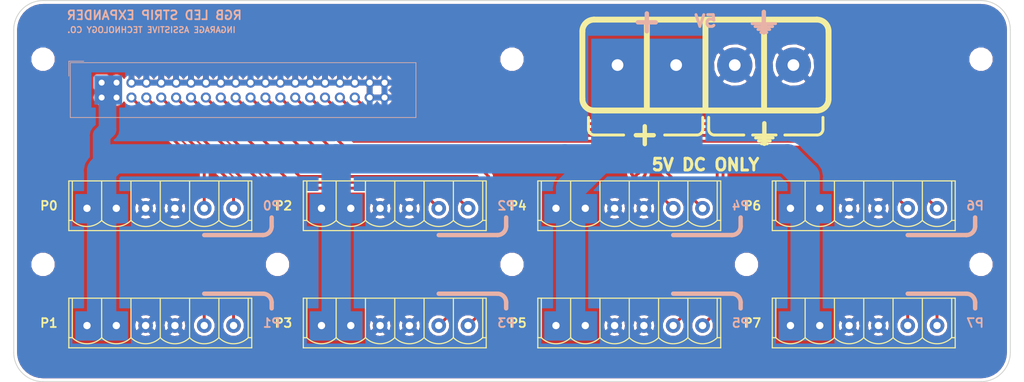
<source format=kicad_pcb>
(kicad_pcb (version 20171130) (host pcbnew 5.0.2-5.fc29)
  (layers (0 F.Cu signal) (31 B.Cu signal) (34 B.Paste user) (35 F.Paste user) (36 B.SilkS user) (37 F.SilkS user) (38 B.Mask user) (39 F.Mask user) (44 Edge.Cuts user))
  (net 0 "")
  (net 1 VCC)
  (net 2 GND)
  (net 3 MOSI_0)
  (net 4 SCK_0)
  (net 5 SCK_1)
  (net 6 MOSI_1)
  (net 7 MOSI_2)
  (net 8 SCK_2)
  (net 9 SCK_3)
  (net 10 MOSI_3)
  (net 11 MOSI_4)
  (net 12 SCK_4)
  (net 13 SCK_5)
  (net 14 MOSI_5)
  (net 15 MOSI_6)
  (net 16 SCK_6)
  (net 17 SCK_7)
  (net 18 MOSI_7)
  (module MountingHole:MountingHole_3mm (layer F.Cu) (at 60 75)
    (fp_text reference REF** hide)
    (fp_text value MountingHole_3mm)
    (pad 1 np_thru_hole circle (at 0 0) (size 3 3) (drill 3) (layers *.Cu *.Mask))
  )
  (module MountingHole:MountingHole_3mm (layer F.Cu) (at 140 75)
    (fp_text reference REF** hide)
    (fp_text value MountingHole_3mm)
    (pad 1 np_thru_hole circle (at 0 0) (size 3 3) (drill 3) (layers *.Cu *.Mask))
  )
  (module MountingHole:MountingHole_3mm (layer F.Cu) (at 220 75)
    (fp_text reference REF** hide)
    (fp_text value MountingHole_3mm)
    (pad 1 np_thru_hole circle (at 0 0) (size 3 3) (drill 3) (layers *.Cu *.Mask))
  )
  (module MountingHole:MountingHole_3mm (layer F.Cu) (at 220 110)
    (fp_text reference REF** hide)
    (fp_text value MountingHole_3mm)
    (pad 1 np_thru_hole circle (at 0 0) (size 3 3) (drill 3) (layers *.Cu *.Mask))
  )
  (module MountingHole:MountingHole_3mm (layer F.Cu) (at 60 110)
    (fp_text reference REF** hide)
    (fp_text value MountingHole_3mm)
    (pad 1 np_thru_hole circle (at 0 0) (size 3 3) (drill 3) (layers *.Cu *.Mask))
  )
  (module MountingHole:MountingHole_3mm (layer F.Cu) (at 180 110)
    (fp_text reference REF** hide)
    (fp_text value MountingHole_3mm)
    (pad 1 np_thru_hole circle (at 0 0) (size 3 3) (drill 3) (layers *.Cu *.Mask))
  )
  (module MountingHole:MountingHole_3mm (layer F.Cu) (at 140 110)
    (fp_text reference REF** hide)
    (fp_text value MountingHole_3mm)
    (pad 1 np_thru_hole circle (at 0 0) (size 3 3) (drill 3) (layers *.Cu *.Mask))
  )
  (module Connector_IDC:IDC-Header_2x20_P2.54mm_Vertical (layer B.Cu) (at 70 79 270)
    (fp_text reference J1 hide)
    (fp_text value Conn_02x20_Odd_Even)
    (pad 1 thru_hole rect (at 0 0 270) (size 1.7272 1.7272) (drill 1.016) (layers *.Cu *.Mask) (net 1 VCC))
    (pad 2 thru_hole oval (at 2.54 0 270) (size 1.7272 1.7272) (drill 1.016) (layers *.Cu *.Mask) (net 1 VCC))
    (pad 3 thru_hole oval (at 0 -2.54 270) (size 1.7272 1.7272) (drill 1.016) (layers *.Cu *.Mask) (net 1 VCC))
    (pad 4 thru_hole oval (at 2.54 -2.54 270) (size 1.7272 1.7272) (drill 1.016) (layers *.Cu *.Mask) (net 1 VCC))
    (pad 5 thru_hole oval (at 0 -5.08 270) (size 1.7272 1.7272) (drill 1.016) (layers *.Cu *.Mask) (net 2 GND))
    (pad 6 thru_hole oval (at 2.54 -5.08 270) (size 1.7272 1.7272) (drill 1.016) (layers *.Cu *.Mask) (net 3 MOSI_0))
    (pad 7 thru_hole oval (at 0 -7.62 270) (size 1.7272 1.7272) (drill 1.016) (layers *.Cu *.Mask) (net 2 GND))
    (pad 8 thru_hole oval (at 2.54 -7.62 270) (size 1.7272 1.7272) (drill 1.016) (layers *.Cu *.Mask) (net 4 SCK_0))
    (pad 9 thru_hole oval (at 0 -10.16 270) (size 1.7272 1.7272) (drill 1.016) (layers *.Cu *.Mask) (net 2 GND))
    (pad 10 thru_hole oval (at 2.54 -10.16 270) (size 1.7272 1.7272) (drill 1.016) (layers *.Cu *.Mask) (net 6 MOSI_1))
    (pad 11 thru_hole oval (at 0 -12.7 270) (size 1.7272 1.7272) (drill 1.016) (layers *.Cu *.Mask) (net 2 GND))
    (pad 12 thru_hole oval (at 2.54 -12.7 270) (size 1.7272 1.7272) (drill 1.016) (layers *.Cu *.Mask) (net 5 SCK_1))
    (pad 13 thru_hole oval (at 0 -15.24 270) (size 1.7272 1.7272) (drill 1.016) (layers *.Cu *.Mask) (net 2 GND))
    (pad 14 thru_hole oval (at 2.54 -15.24 270) (size 1.7272 1.7272) (drill 1.016) (layers *.Cu *.Mask) (net 7 MOSI_2))
    (pad 15 thru_hole oval (at 0 -17.78 270) (size 1.7272 1.7272) (drill 1.016) (layers *.Cu *.Mask) (net 2 GND))
    (pad 16 thru_hole oval (at 2.54 -17.78 270) (size 1.7272 1.7272) (drill 1.016) (layers *.Cu *.Mask) (net 8 SCK_2))
    (pad 17 thru_hole oval (at 0 -20.32 270) (size 1.7272 1.7272) (drill 1.016) (layers *.Cu *.Mask) (net 2 GND))
    (pad 18 thru_hole oval (at 2.54 -20.32 270) (size 1.7272 1.7272) (drill 1.016) (layers *.Cu *.Mask) (net 10 MOSI_3))
    (pad 19 thru_hole oval (at 0 -22.86 270) (size 1.7272 1.7272) (drill 1.016) (layers *.Cu *.Mask) (net 2 GND))
    (pad 20 thru_hole oval (at 2.54 -22.86 270) (size 1.7272 1.7272) (drill 1.016) (layers *.Cu *.Mask) (net 9 SCK_3))
    (pad 21 thru_hole oval (at 0 -25.4 270) (size 1.7272 1.7272) (drill 1.016) (layers *.Cu *.Mask) (net 2 GND))
    (pad 22 thru_hole oval (at 2.54 -25.4 270) (size 1.7272 1.7272) (drill 1.016) (layers *.Cu *.Mask) (net 11 MOSI_4))
    (pad 23 thru_hole oval (at 0 -27.94 270) (size 1.7272 1.7272) (drill 1.016) (layers *.Cu *.Mask) (net 2 GND))
    (pad 24 thru_hole oval (at 2.54 -27.94 270) (size 1.7272 1.7272) (drill 1.016) (layers *.Cu *.Mask) (net 12 SCK_4))
    (pad 25 thru_hole oval (at 0 -30.48 270) (size 1.7272 1.7272) (drill 1.016) (layers *.Cu *.Mask) (net 2 GND))
    (pad 26 thru_hole oval (at 2.54 -30.48 270) (size 1.7272 1.7272) (drill 1.016) (layers *.Cu *.Mask) (net 14 MOSI_5))
    (pad 27 thru_hole oval (at 0 -33.02 270) (size 1.7272 1.7272) (drill 1.016) (layers *.Cu *.Mask) (net 2 GND))
    (pad 28 thru_hole oval (at 2.54 -33.02 270) (size 1.7272 1.7272) (drill 1.016) (layers *.Cu *.Mask) (net 13 SCK_5))
    (pad 29 thru_hole oval (at 0 -35.56 270) (size 1.7272 1.7272) (drill 1.016) (layers *.Cu *.Mask) (net 2 GND))
    (pad 30 thru_hole oval (at 2.54 -35.56 270) (size 1.7272 1.7272) (drill 1.016) (layers *.Cu *.Mask) (net 15 MOSI_6))
    (pad 31 thru_hole oval (at 0 -38.1 270) (size 1.7272 1.7272) (drill 1.016) (layers *.Cu *.Mask) (net 2 GND))
    (pad 32 thru_hole oval (at 2.54 -38.1 270) (size 1.7272 1.7272) (drill 1.016) (layers *.Cu *.Mask) (net 16 SCK_6))
    (pad 33 thru_hole oval (at 0 -40.64 270) (size 1.7272 1.7272) (drill 1.016) (layers *.Cu *.Mask) (net 2 GND))
    (pad 34 thru_hole oval (at 2.54 -40.64 270) (size 1.7272 1.7272) (drill 1.016) (layers *.Cu *.Mask) (net 18 MOSI_7))
    (pad 35 thru_hole oval (at 0 -43.18 270) (size 1.7272 1.7272) (drill 1.016) (layers *.Cu *.Mask) (net 2 GND))
    (pad 36 thru_hole oval (at 2.54 -43.18 270) (size 1.7272 1.7272) (drill 1.016) (layers *.Cu *.Mask) (net 17 SCK_7))
    (pad 37 thru_hole oval (at 0 -45.72 270) (size 1.7272 1.7272) (drill 1.016) (layers *.Cu *.Mask) (net 2 GND))
    (pad 38 thru_hole oval (at 2.54 -45.72 270) (size 1.7272 1.7272) (drill 1.016) (layers *.Cu *.Mask) (net 2 GND))
    (pad 39 thru_hole oval (at 0 -48.26 270) (size 1.7272 1.7272) (drill 1.016) (layers *.Cu *.Mask) (net 2 GND))
    (pad 40 thru_hole oval (at 2.54 -48.26 270) (size 1.7272 1.7272) (drill 1.016) (layers *.Cu *.Mask) (net 2 GND))
  )
  (module GiraffeTech_Terminal:DINKLE_5EHDVC-6P (layer F.Cu) (at 200 120)
    (fp_text reference J9 hide)
    (fp_text value Conn_01x06)
    (pad 6 thru_hole circle (at 12.5 0.435) (size 2.5 2.5) (drill 1.25) (layers *.Cu *.Mask) (net 17 SCK_7))
    (pad 5 thru_hole circle (at 7.5 0.435) (size 2.5 2.5) (drill 1.25) (layers *.Cu *.Mask) (net 18 MOSI_7))
    (pad 4 thru_hole circle (at 2.5 0.435) (size 2.5 2.5) (drill 1.25) (layers *.Cu *.Mask) (net 2 GND))
    (pad 3 thru_hole circle (at -2.5 0.435) (size 2.5 2.5) (drill 1.25) (layers *.Cu *.Mask) (net 2 GND))
    (pad 2 thru_hole circle (at -7.5 0.435) (size 2.5 2.5) (drill 1.25) (layers *.Cu *.Mask) (net 1 VCC))
    (pad 1 thru_hole rect (at -12.5 0.435) (size 2.5 2.5) (drill 1.25) (layers *.Cu *.Mask) (net 1 VCC))
  )
  (module GiraffeTech_Terminal:DINKLE_5EHDVC-6P (layer F.Cu) (at 200 100)
    (fp_text reference J8 hide)
    (fp_text value Conn_01x06)
    (pad 1 thru_hole rect (at -12.5 0.435) (size 2.5 2.5) (drill 1.25) (layers *.Cu *.Mask) (net 1 VCC))
    (pad 2 thru_hole circle (at -7.5 0.435) (size 2.5 2.5) (drill 1.25) (layers *.Cu *.Mask) (net 1 VCC))
    (pad 3 thru_hole circle (at -2.5 0.435) (size 2.5 2.5) (drill 1.25) (layers *.Cu *.Mask) (net 2 GND))
    (pad 4 thru_hole circle (at 2.5 0.435) (size 2.5 2.5) (drill 1.25) (layers *.Cu *.Mask) (net 2 GND))
    (pad 5 thru_hole circle (at 7.5 0.435) (size 2.5 2.5) (drill 1.25) (layers *.Cu *.Mask) (net 15 MOSI_6))
    (pad 6 thru_hole circle (at 12.5 0.435) (size 2.5 2.5) (drill 1.25) (layers *.Cu *.Mask) (net 16 SCK_6))
  )
  (module GiraffeTech_Terminal:DINKLE_5EHDVC-6P (layer F.Cu) (at 160 120)
    (fp_text reference J7 hide)
    (fp_text value Conn_01x06)
    (pad 6 thru_hole circle (at 12.5 0.435) (size 2.5 2.5) (drill 1.25) (layers *.Cu *.Mask) (net 13 SCK_5))
    (pad 5 thru_hole circle (at 7.5 0.435) (size 2.5 2.5) (drill 1.25) (layers *.Cu *.Mask) (net 14 MOSI_5))
    (pad 4 thru_hole circle (at 2.5 0.435) (size 2.5 2.5) (drill 1.25) (layers *.Cu *.Mask) (net 2 GND))
    (pad 3 thru_hole circle (at -2.5 0.435) (size 2.5 2.5) (drill 1.25) (layers *.Cu *.Mask) (net 2 GND))
    (pad 2 thru_hole circle (at -7.5 0.435) (size 2.5 2.5) (drill 1.25) (layers *.Cu *.Mask) (net 1 VCC))
    (pad 1 thru_hole rect (at -12.5 0.435) (size 2.5 2.5) (drill 1.25) (layers *.Cu *.Mask) (net 1 VCC))
  )
  (module GiraffeTech_Terminal:DINKLE_5EHDVC-6P (layer F.Cu) (at 160 100)
    (fp_text reference J6 hide)
    (fp_text value Conn_01x06)
    (pad 1 thru_hole rect (at -12.5 0.435) (size 2.5 2.5) (drill 1.25) (layers *.Cu *.Mask) (net 1 VCC))
    (pad 2 thru_hole circle (at -7.5 0.435) (size 2.5 2.5) (drill 1.25) (layers *.Cu *.Mask) (net 1 VCC))
    (pad 3 thru_hole circle (at -2.5 0.435) (size 2.5 2.5) (drill 1.25) (layers *.Cu *.Mask) (net 2 GND))
    (pad 4 thru_hole circle (at 2.5 0.435) (size 2.5 2.5) (drill 1.25) (layers *.Cu *.Mask) (net 2 GND))
    (pad 5 thru_hole circle (at 7.5 0.435) (size 2.5 2.5) (drill 1.25) (layers *.Cu *.Mask) (net 11 MOSI_4))
    (pad 6 thru_hole circle (at 12.5 0.435) (size 2.5 2.5) (drill 1.25) (layers *.Cu *.Mask) (net 12 SCK_4))
  )
  (module GiraffeTech_Terminal:DINKLE_5EHDVC-6P (layer F.Cu) (at 120 120)
    (fp_text reference J5 hide)
    (fp_text value Conn_01x06)
    (pad 6 thru_hole circle (at 12.5 0.435) (size 2.5 2.5) (drill 1.25) (layers *.Cu *.Mask) (net 9 SCK_3))
    (pad 5 thru_hole circle (at 7.5 0.435) (size 2.5 2.5) (drill 1.25) (layers *.Cu *.Mask) (net 10 MOSI_3))
    (pad 4 thru_hole circle (at 2.5 0.435) (size 2.5 2.5) (drill 1.25) (layers *.Cu *.Mask) (net 2 GND))
    (pad 3 thru_hole circle (at -2.5 0.435) (size 2.5 2.5) (drill 1.25) (layers *.Cu *.Mask) (net 2 GND))
    (pad 2 thru_hole circle (at -7.5 0.435) (size 2.5 2.5) (drill 1.25) (layers *.Cu *.Mask) (net 1 VCC))
    (pad 1 thru_hole rect (at -12.5 0.435) (size 2.5 2.5) (drill 1.25) (layers *.Cu *.Mask) (net 1 VCC))
  )
  (module GiraffeTech_Terminal:DINKLE_5EHDVC-6P (layer F.Cu) (at 120 100)
    (fp_text reference J4 hide)
    (fp_text value Conn_01x06)
    (pad 1 thru_hole rect (at -12.5 0.435) (size 2.5 2.5) (drill 1.25) (layers *.Cu *.Mask) (net 1 VCC))
    (pad 2 thru_hole circle (at -7.5 0.435) (size 2.5 2.5) (drill 1.25) (layers *.Cu *.Mask) (net 1 VCC))
    (pad 3 thru_hole circle (at -2.5 0.435) (size 2.5 2.5) (drill 1.25) (layers *.Cu *.Mask) (net 2 GND))
    (pad 4 thru_hole circle (at 2.5 0.435) (size 2.5 2.5) (drill 1.25) (layers *.Cu *.Mask) (net 2 GND))
    (pad 5 thru_hole circle (at 7.5 0.435) (size 2.5 2.5) (drill 1.25) (layers *.Cu *.Mask) (net 7 MOSI_2))
    (pad 6 thru_hole circle (at 12.5 0.435) (size 2.5 2.5) (drill 1.25) (layers *.Cu *.Mask) (net 8 SCK_2))
  )
  (module GiraffeTech_Terminal:DINKLE_5EHDVC-6P (layer F.Cu) (at 80 120)
    (fp_text reference J3 hide)
    (fp_text value Conn_01x06)
    (pad 6 thru_hole circle (at 12.5 0.435) (size 2.5 2.5) (drill 1.25) (layers *.Cu *.Mask) (net 5 SCK_1))
    (pad 5 thru_hole circle (at 7.5 0.435) (size 2.5 2.5) (drill 1.25) (layers *.Cu *.Mask) (net 6 MOSI_1))
    (pad 4 thru_hole circle (at 2.5 0.435) (size 2.5 2.5) (drill 1.25) (layers *.Cu *.Mask) (net 2 GND))
    (pad 3 thru_hole circle (at -2.5 0.435) (size 2.5 2.5) (drill 1.25) (layers *.Cu *.Mask) (net 2 GND))
    (pad 2 thru_hole circle (at -7.5 0.435) (size 2.5 2.5) (drill 1.25) (layers *.Cu *.Mask) (net 1 VCC))
    (pad 1 thru_hole rect (at -12.5 0.435) (size 2.5 2.5) (drill 1.25) (layers *.Cu *.Mask) (net 1 VCC))
  )
  (module GiraffeTech_Terminal:DINKLE_5EHDVC-6P (layer F.Cu) (at 80 100)
    (fp_text reference J2 hide)
    (fp_text value Conn_01x06)
    (pad 1 thru_hole rect (at -12.5 0.435) (size 2.5 2.5) (drill 1.25) (layers *.Cu *.Mask) (net 1 VCC))
    (pad 2 thru_hole circle (at -7.5 0.435) (size 2.5 2.5) (drill 1.25) (layers *.Cu *.Mask) (net 1 VCC))
    (pad 3 thru_hole circle (at -2.5 0.435) (size 2.5 2.5) (drill 1.25) (layers *.Cu *.Mask) (net 2 GND))
    (pad 4 thru_hole circle (at 2.5 0.435) (size 2.5 2.5) (drill 1.25) (layers *.Cu *.Mask) (net 2 GND))
    (pad 5 thru_hole circle (at 7.5 0.435) (size 2.5 2.5) (drill 1.25) (layers *.Cu *.Mask) (net 3 MOSI_0))
    (pad 6 thru_hole circle (at 12.5 0.435) (size 2.5 2.5) (drill 1.25) (layers *.Cu *.Mask) (net 4 SCK_0))
  )
  (module GiraffeTech_Terminal:DINKLE_DT-55-B01W-04 (layer F.Cu) (at 173 76)
    (fp_text reference J10 hide)
    (fp_text value Conn_01x04)
    (pad 1 thru_hole rect (at -15 0) (size 6 6) (drill 2) (layers *.Cu *.Mask) (net 1 VCC))
    (pad 2 thru_hole circle (at -5 0) (size 6 6) (drill 2) (layers *.Cu *.Mask) (net 1 VCC))
    (pad 3 thru_hole circle (at 5 0) (size 6 6) (drill 2) (layers *.Cu *.Mask) (net 2 GND))
    (pad 4 thru_hole circle (at 15 0) (size 6 6) (drill 2) (layers *.Cu *.Mask) (net 2 GND))
  )
  (module MountingHole:MountingHole_3mm (layer F.Cu) (at 100 110)
    (fp_text reference REF** hide)
    (fp_text value MountingHole_3mm)
    (pad 1 np_thru_hole circle (at 0 0) (size 3 3) (drill 3) (layers *.Cu *.Mask))
  )
  (gr_text 5V (at 173 68.5) (layer B.SilkS) (effects (font (size 2 2) (thickness 0.5)) (justify mirror)))
  (gr_line (start 180.955965 68.930885) (end 184.955965 68.930885) (layer B.SilkS) (width 0.5))
  (gr_line (start 181.455965 69.430885) (end 184.455965 69.430885) (layer B.SilkS) (width 0.5))
  (gr_line (start 182.455965 70.430885) (end 183.455965 70.430885) (layer B.SilkS) (width 0.5))
  (gr_line (start 182.955965 66.930885) (end 182.955965 70.430885) (layer B.SilkS) (width 0.75))
  (gr_line (start 181.955965 69.930885) (end 183.955965 69.930885) (layer B.SilkS) (width 0.5))
  (gr_text + (at 163 69 180) (layer B.SilkS) (effects (font (size 4 4) (thickness 0.75))))
  (gr_arc (start 97.5 116.5) (end 99 116.5) (angle -90) (layer B.SilkS) (width 0.75))
  (gr_line (start 99 116.5) (end 99 117.5) (layer B.SilkS) (width 0.75))
  (gr_line (start 87.5 115) (end 97.5 115) (layer B.SilkS) (width 0.75))
  (gr_line (start 127.5 115) (end 137.5 115) (layer B.SilkS) (width 0.75))
  (gr_line (start 139 116.5) (end 139 117.5) (layer B.SilkS) (width 0.75))
  (gr_arc (start 137.5 116.5) (end 139 116.5) (angle -90) (layer B.SilkS) (width 0.75))
  (gr_line (start 167.5 115) (end 177.5 115) (layer B.SilkS) (width 0.75))
  (gr_arc (start 177.5 116.5) (end 179 116.5) (angle -90) (layer B.SilkS) (width 0.75))
  (gr_line (start 179 116.5) (end 179 117.5) (layer B.SilkS) (width 0.75))
  (gr_arc (start 217.5 116.5) (end 219 116.5) (angle -90) (layer B.SilkS) (width 0.75))
  (gr_line (start 219 102) (end 219 103.5) (layer B.SilkS) (width 0.75))
  (gr_line (start 217.5 105) (end 207.5 105) (layer B.SilkS) (width 0.75))
  (gr_arc (start 217.5 103.5) (end 217.5 105) (angle -90) (layer B.SilkS) (width 0.75))
  (gr_line (start 177.5 105) (end 167.5 105) (layer B.SilkS) (width 0.75))
  (gr_line (start 179 102) (end 179 103.5) (layer B.SilkS) (width 0.75))
  (gr_arc (start 177.5 103.5) (end 177.5 105) (angle -90) (layer B.SilkS) (width 0.75))
  (gr_line (start 99 102) (end 99 103.5) (layer B.SilkS) (width 0.75))
  (gr_line (start 97.5 105) (end 87.5 105) (layer B.SilkS) (width 0.75))
  (gr_arc (start 97.5 103.5) (end 97.5 105) (angle -90) (layer B.SilkS) (width 0.75))
  (gr_arc (start 137.5 103.5) (end 137.5 105) (angle -90) (layer B.SilkS) (width 0.75))
  (gr_line (start 139 102) (end 139 103.5) (layer B.SilkS) (width 0.75))
  (gr_line (start 137.5 105) (end 127.5 105) (layer B.SilkS) (width 0.75))
  (gr_line (start 219 116.5) (end 219 117.5) (layer B.SilkS) (width 0.75))
  (gr_line (start 207.5 115) (end 217.5 115) (layer B.SilkS) (width 0.75))
  (gr_text P2 (at 139 100) (layer B.SilkS) (effects (font (size 1.5 1.5) (thickness 0.3)) (justify mirror)))
  (gr_text P1 (at 99 120) (layer B.SilkS) (effects (font (size 1.5 1.5) (thickness 0.3)) (justify mirror)))
  (gr_text P3 (at 139 120) (layer B.SilkS) (effects (font (size 1.5 1.5) (thickness 0.3)) (justify mirror)))
  (gr_text P0 (at 99 100) (layer B.SilkS) (effects (font (size 1.5 1.5) (thickness 0.3)) (justify mirror)))
  (gr_text P7 (at 219 120) (layer B.SilkS) (effects (font (size 1.5 1.5) (thickness 0.3)) (justify mirror)))
  (gr_text P5 (at 179 120) (layer B.SilkS) (effects (font (size 1.5 1.5) (thickness 0.3)) (justify mirror)))
  (gr_text P6 (at 219 100) (layer B.SilkS) (effects (font (size 1.5 1.5) (thickness 0.3)) (justify mirror)))
  (gr_text P4 (at 179 100) (layer B.SilkS) (effects (font (size 1.5 1.5) (thickness 0.3)) (justify mirror)))
  (gr_text P7 (at 181 120) (layer F.SilkS) (effects (font (size 1.5 1.5) (thickness 0.3))))
  (gr_text P6 (at 181 100) (layer F.SilkS) (effects (font (size 1.5 1.5) (thickness 0.3))))
  (gr_text P5 (at 141 120) (layer F.SilkS) (effects (font (size 1.5 1.5) (thickness 0.3))))
  (gr_text P4 (at 141 100) (layer F.SilkS) (effects (font (size 1.5 1.5) (thickness 0.3))))
  (gr_text P3 (at 101 120) (layer F.SilkS) (effects (font (size 1.5 1.5) (thickness 0.3))))
  (gr_text P1 (at 61 120) (layer F.SilkS) (effects (font (size 1.5 1.5) (thickness 0.3))))
  (gr_text P2 (at 101 100) (layer F.SilkS) (effects (font (size 1.5 1.5) (thickness 0.3))))
  (gr_text P0 (at 61 100) (layer F.SilkS) (effects (font (size 1.5 1.5) (thickness 0.3))))
  (gr_text "INGARAGE ASSISTIVE TECHNOLOGY CO." (at 78.5 70) (layer B.SilkS) (effects (font (size 1 1) (thickness 0.2)) (justify mirror)))
  (gr_text "RGB LED STRIP EXPANDER" (at 79 67.5) (layer B.SilkS) (effects (font (size 1.5 1.5) (thickness 0.3)) (justify mirror)))
  (gr_line (start 183.544035 89.430885) (end 182.544035 89.430885) (layer F.SilkS) (width 0.5))
  (gr_line (start 184.044035 88.930885) (end 182.044035 88.930885) (layer F.SilkS) (width 0.5))
  (gr_line (start 184.544035 88.430885) (end 181.544035 88.430885) (layer F.SilkS) (width 0.5))
  (gr_line (start 185.044035 87.930885) (end 181.044035 87.930885) (layer F.SilkS) (width 0.5))
  (gr_line (start 183.044035 85.930885) (end 183.044035 89.430885) (layer F.SilkS) (width 0.75))
  (gr_text "5V DC ONLY" (at 173 93) (layer F.SilkS) (effects (font (size 2 2) (thickness 0.5))))
  (gr_arc (start 171.544035 86.930885) (end 172.544035 86.930885) (angle 90) (layer F.SilkS) (width 0.5))
  (gr_line (start 159.044035 87.930885) (end 154.044035 87.930885) (layer F.SilkS) (width 0.5))
  (gr_line (start 153.044035 84.930885) (end 153.044035 86.930885) (layer F.SilkS) (width 0.5))
  (gr_line (start 171.544035 87.930885) (end 166.044035 87.930885) (layer F.SilkS) (width 0.5))
  (gr_line (start 172.544035 84.930885) (end 172.544035 86.930885) (layer F.SilkS) (width 0.5))
  (gr_arc (start 154.044035 86.930885) (end 154.044035 87.930885) (angle 90) (layer F.SilkS) (width 0.5))
  (gr_arc (start 174.544035 86.930885) (end 174.544035 87.930885) (angle 90) (layer F.SilkS) (width 0.5))
  (gr_line (start 179.544035 87.930885) (end 174.544035 87.930885) (layer F.SilkS) (width 0.5))
  (gr_line (start 173.544035 84.930885) (end 173.544035 86.930885) (layer F.SilkS) (width 0.5))
  (gr_line (start 192.044035 87.930885) (end 186.544035 87.930885) (layer F.SilkS) (width 0.5))
  (gr_arc (start 192.044035 86.930885) (end 193.044035 86.930885) (angle 90) (layer F.SilkS) (width 0.5))
  (gr_line (start 193.044035 84.930885) (end 193.044035 86.930885) (layer F.SilkS) (width 0.5))
  (gr_text + (at 162.65 88.25 180) (layer F.SilkS) (effects (font (size 4 4) (thickness 0.75)) (justify mirror)))
  (gr_arc (start 60 125) (end 55 125) (angle -90) (layer Edge.Cuts) (width 0.15))
  (gr_arc (start 220 125) (end 220 130) (angle -90) (layer Edge.Cuts) (width 0.15))
  (gr_arc (start 220 70) (end 225 70) (angle -90) (layer Edge.Cuts) (width 0.15))
  (gr_arc (start 60 70) (end 60 65) (angle -90) (layer Edge.Cuts) (width 0.15))
  (gr_line (start 55 70) (end 55 125) (layer Edge.Cuts) (width 0.15))
  (gr_line (start 220 65) (end 60 65) (layer Edge.Cuts) (width 0.15))
  (gr_line (start 225 125) (end 225 70) (layer Edge.Cuts) (width 0.15))
  (gr_line (start 60 130) (end 220 130) (layer Edge.Cuts) (width 0.15))
  (segment (start 165 76) (end 168 76) (width 5) (layer B.Cu) (net 1))
  (segment (start 158 76) (end 165 76) (width 5) (layer B.Cu) (net 1))
  (segment (start 72 92) (end 70 94) (width 5) (layer B.Cu) (net 1))
  (segment (start 70 94) (end 70 120) (width 5) (layer B.Cu) (net 1))
  (segment (start 70 94) (end 70 88) (width 3) (layer B.Cu) (net 1))
  (segment (start 70 88) (end 71 87) (width 3) (layer B.Cu) (net 1))
  (segment (start 71 87) (end 71 80) (width 3) (layer B.Cu) (net 1))
  (segment (start 110 92) (end 72 92) (width 5) (layer B.Cu) (net 1))
  (segment (start 110 92) (end 110 120) (width 5) (layer B.Cu) (net 1))
  (segment (start 149 92) (end 110 92) (width 5) (layer B.Cu) (net 1))
  (segment (start 187 92) (end 190 95) (width 5) (layer B.Cu) (net 1))
  (segment (start 190 95) (end 190 120) (width 5) (layer B.Cu) (net 1))
  (segment (start 155 92) (end 154 92) (width 5) (layer B.Cu) (net 1))
  (segment (start 155 92) (end 187 92) (width 5) (layer B.Cu) (net 1))
  (segment (start 149 92) (end 155 92) (width 5) (layer B.Cu) (net 1))
  (segment (start 155 92) (end 150 97) (width 5) (layer B.Cu) (net 1))
  (segment (start 150 97) (end 150 120) (width 5) (layer B.Cu) (net 1))
  (segment (start 87.5 93.96) (end 87.5 100.435) (width 0.5) (layer F.Cu) (net 3))
  (segment (start 75.08 81.54) (end 87.5 93.96) (width 0.5) (layer F.Cu) (net 3))
  (segment (start 92.5 96.42) (end 77.62 81.54) (width 0.5) (layer F.Cu) (net 4))
  (segment (start 92.5 100.435) (end 92.5 96.42) (width 0.5) (layer F.Cu) (net 4))
  (segment (start 92.5 119.535769) (end 92.5 120.435) (width 0.5) (layer F.Cu) (net 5))
  (segment (start 92.5 118.451913) (end 92.5 119.535769) (width 0.5) (layer F.Cu) (net 5))
  (segment (start 92.511331 118.351352) (end 92.5 118.451913) (width 0.5) (layer F.Cu) (net 5))
  (segment (start 92.544754 118.255835) (end 92.511331 118.351352) (width 0.5) (layer F.Cu) (net 5))
  (segment (start 92.851353 118.01133) (end 92.755836 118.044753) (width 0.5) (layer F.Cu) (net 5))
  (segment (start 93.147991 117.955246) (end 93.052474 117.988669) (width 0.5) (layer F.Cu) (net 5))
  (segment (start 93.305233 117.82985) (end 93.233677 117.901406) (width 0.5) (layer F.Cu) (net 5))
  (segment (start 93.359073 117.744164) (end 93.305233 117.82985) (width 0.5) (layer F.Cu) (net 5))
  (segment (start 93.392496 117.648647) (end 93.359073 117.744164) (width 0.5) (layer F.Cu) (net 5))
  (segment (start 93.403826 117.548087) (end 93.392496 117.648647) (width 0.5) (layer F.Cu) (net 5))
  (segment (start 92.401406 115.781763) (end 92.32985 115.853319) (width 0.5) (layer F.Cu) (net 5))
  (segment (start 91.607504 116.60056) (end 91.640927 116.696077) (width 0.5) (layer F.Cu) (net 5))
  (segment (start 91.694767 116.122062) (end 91.640927 116.207748) (width 0.5) (layer F.Cu) (net 5))
  (segment (start 93.052474 117.988669) (end 92.851353 118.01133) (width 0.5) (layer F.Cu) (net 5))
  (segment (start 91.596174 116.403826) (end 91.596174 116.5) (width 0.5) (layer F.Cu) (net 5))
  (segment (start 92.598594 118.170149) (end 92.544754 118.255835) (width 0.5) (layer F.Cu) (net 5))
  (segment (start 92.244164 115.907159) (end 92.148647 115.940582) (width 0.5) (layer F.Cu) (net 5))
  (segment (start 92.455246 115.696077) (end 92.401406 115.781763) (width 0.5) (layer F.Cu) (net 5))
  (segment (start 91.596174 116.5) (end 91.607504 116.60056) (width 0.5) (layer F.Cu) (net 5))
  (segment (start 93.052474 117.01133) (end 93.147991 117.044753) (width 0.5) (layer F.Cu) (net 5))
  (segment (start 93.233677 117.901406) (end 93.147991 117.955246) (width 0.5) (layer F.Cu) (net 5))
  (segment (start 91.640927 116.696077) (end 91.694767 116.781763) (width 0.5) (layer F.Cu) (net 5))
  (segment (start 97 95.84) (end 97 108.5) (width 0.5) (layer F.Cu) (net 5))
  (segment (start 92.5 117) (end 92.951913 117) (width 0.5) (layer F.Cu) (net 5))
  (segment (start 93.147991 117.044753) (end 93.233677 117.098593) (width 0.5) (layer F.Cu) (net 5))
  (segment (start 92.148647 115.940582) (end 91.947526 115.963243) (width 0.5) (layer F.Cu) (net 5))
  (segment (start 91.852009 115.996666) (end 91.766323 116.050506) (width 0.5) (layer F.Cu) (net 5))
  (segment (start 92.32985 115.853319) (end 92.244164 115.907159) (width 0.5) (layer F.Cu) (net 5))
  (segment (start 92.67015 118.098593) (end 92.598594 118.170149) (width 0.5) (layer F.Cu) (net 5))
  (segment (start 97 108.5) (end 92.5 113) (width 0.5) (layer F.Cu) (net 5))
  (segment (start 91.766323 116.050506) (end 91.694767 116.122062) (width 0.5) (layer F.Cu) (net 5))
  (segment (start 92.5 113) (end 92.5 115.5) (width 0.5) (layer F.Cu) (net 5))
  (segment (start 91.947526 115.963243) (end 91.852009 115.996666) (width 0.5) (layer F.Cu) (net 5))
  (segment (start 91.607504 116.303265) (end 91.596174 116.403826) (width 0.5) (layer F.Cu) (net 5))
  (segment (start 91.694767 116.781763) (end 91.766323 116.853319) (width 0.5) (layer F.Cu) (net 5))
  (segment (start 91.852009 116.907159) (end 91.947526 116.940582) (width 0.5) (layer F.Cu) (net 5))
  (segment (start 92.488669 115.60056) (end 92.455246 115.696077) (width 0.5) (layer F.Cu) (net 5))
  (segment (start 82.7 81.54) (end 97 95.84) (width 0.5) (layer F.Cu) (net 5))
  (segment (start 91.947526 116.940582) (end 92.048087 116.951913) (width 0.5) (layer F.Cu) (net 5))
  (segment (start 92.755836 118.044753) (end 92.67015 118.098593) (width 0.5) (layer F.Cu) (net 5))
  (segment (start 92.5 115.5) (end 92.488669 115.60056) (width 0.5) (layer F.Cu) (net 5))
  (segment (start 91.766323 116.853319) (end 91.852009 116.907159) (width 0.5) (layer F.Cu) (net 5))
  (segment (start 93.392496 117.351352) (end 93.403826 117.451913) (width 0.5) (layer F.Cu) (net 5))
  (segment (start 91.640927 116.207748) (end 91.607504 116.303265) (width 0.5) (layer F.Cu) (net 5))
  (segment (start 92.048087 116.951913) (end 92.5 116.951913) (width 0.5) (layer F.Cu) (net 5))
  (segment (start 92.951913 117) (end 93.052474 117.01133) (width 0.5) (layer F.Cu) (net 5))
  (segment (start 92.5 116.951913) (end 92.5 117) (width 0.5) (layer F.Cu) (net 5))
  (segment (start 93.233677 117.098593) (end 93.305233 117.170149) (width 0.5) (layer F.Cu) (net 5))
  (segment (start 93.305233 117.170149) (end 93.359073 117.255835) (width 0.5) (layer F.Cu) (net 5))
  (segment (start 93.359073 117.255835) (end 93.392496 117.351352) (width 0.5) (layer F.Cu) (net 5))
  (segment (start 93.403826 117.451913) (end 93.403826 117.548087) (width 0.5) (layer F.Cu) (net 5))
  (segment (start 87.5 115.5) (end 87.5 120.435) (width 0.5) (layer F.Cu) (net 6))
  (segment (start 96 107) (end 87.5 115.5) (width 0.5) (layer F.Cu) (net 6))
  (segment (start 80.16 81.54) (end 96 97.38) (width 0.5) (layer F.Cu) (net 6))
  (segment (start 96 97.38) (end 96 107) (width 0.5) (layer F.Cu) (net 6))
  (segment (start 85.24 81.54) (end 100.7 97) (width 0.5) (layer F.Cu) (net 7))
  (segment (start 124.065 97) (end 127.5 100.435) (width 0.5) (layer F.Cu) (net 7))
  (segment (start 100.7 97) (end 124.065 97) (width 0.5) (layer F.Cu) (net 7))
  (segment (start 87.78 81.54) (end 102.24 96) (width 0.5) (layer F.Cu) (net 8))
  (segment (start 128.065 96) (end 132.5 100.435) (width 0.5) (layer F.Cu) (net 8))
  (segment (start 102.24 96) (end 128.065 96) (width 0.5) (layer F.Cu) (net 8))
  (segment (start 132.904784 120.030216) (end 132.5 120.435) (width 0.5) (layer F.Cu) (net 9))
  (segment (start 133.887747 119.047256) (end 132.904784 120.030216) (width 0.5) (layer F.Cu) (net 9))
  (segment (start 134.286782 118.907627) (end 134.177688 118.907628) (width 0.5) (layer F.Cu) (net 9))
  (segment (start 134.662016 119.115276) (end 134.49143 118.979238) (width 0.5) (layer F.Cu) (net 9))
  (segment (start 134.760306 119.16261) (end 134.662016 119.115276) (width 0.5) (layer F.Cu) (net 9))
  (segment (start 134.975759 119.186884) (end 134.866665 119.186884) (width 0.5) (layer F.Cu) (net 9))
  (segment (start 135.082116 119.16261) (end 134.975759 119.186884) (width 0.5) (layer F.Cu) (net 9))
  (segment (start 135.265699 119.047257) (end 135.180406 119.115276) (width 0.5) (layer F.Cu) (net 9))
  (segment (start 135.127439 116.819646) (end 135.02108 116.79537) (width 0.5) (layer F.Cu) (net 9))
  (segment (start 134.805628 116.819646) (end 134.707338 116.86698) (width 0.5) (layer F.Cu) (net 9))
  (segment (start 134.177688 118.907628) (end 134.07133 118.931903) (width 0.5) (layer F.Cu) (net 9))
  (segment (start 135.225729 116.86698) (end 135.127439 116.819646) (width 0.5) (layer F.Cu) (net 9))
  (segment (start 134.49143 118.979238) (end 134.39314 118.931904) (width 0.5) (layer F.Cu) (net 9))
  (segment (start 135.494606 117.050352) (end 135.396316 117.003018) (width 0.5) (layer F.Cu) (net 9))
  (segment (start 135.816417 117.050352) (end 135.710058 117.074628) (width 0.5) (layer F.Cu) (net 9))
  (segment (start 92.86 81.54) (end 105.32 94) (width 0.5) (layer F.Cu) (net 9))
  (segment (start 135.396316 117.003018) (end 135.225729 116.86698) (width 0.5) (layer F.Cu) (net 9))
  (segment (start 135.710058 117.074628) (end 135.600964 117.074628) (width 0.5) (layer F.Cu) (net 9))
  (segment (start 134.911987 116.79537) (end 134.805628 116.819646) (width 0.5) (layer F.Cu) (net 9))
  (segment (start 134.535895 117.038422) (end 134.488561 117.136712) (width 0.5) (layer F.Cu) (net 9))
  (segment (start 134.488561 117.136712) (end 134.464286 117.24307) (width 0.5) (layer F.Cu) (net 9))
  (segment (start 135.02108 116.79537) (end 134.911987 116.79537) (width 0.5) (layer F.Cu) (net 9))
  (segment (start 134.93934 117.99566) (end 135.283829 118.340149) (width 0.5) (layer F.Cu) (net 9))
  (segment (start 136 95) (end 136 116.935) (width 0.5) (layer F.Cu) (net 9))
  (segment (start 135.914707 117.003018) (end 135.816417 117.050352) (width 0.5) (layer F.Cu) (net 9))
  (segment (start 134.07133 118.931903) (end 133.97304 118.979237) (width 0.5) (layer F.Cu) (net 9))
  (segment (start 135.180406 119.115276) (end 135.082116 119.16261) (width 0.5) (layer F.Cu) (net 9))
  (segment (start 136 116.935) (end 135.914707 117.003018) (width 0.5) (layer F.Cu) (net 9))
  (segment (start 135.399182 118.523732) (end 135.423459 118.63009) (width 0.5) (layer F.Cu) (net 9))
  (segment (start 134.866665 119.186884) (end 134.760306 119.16261) (width 0.5) (layer F.Cu) (net 9))
  (segment (start 135.600964 117.074628) (end 135.494606 117.050352) (width 0.5) (layer F.Cu) (net 9))
  (segment (start 105.32 94) (end 135 94) (width 0.5) (layer F.Cu) (net 9))
  (segment (start 134.39314 118.931904) (end 134.286782 118.907627) (width 0.5) (layer F.Cu) (net 9))
  (segment (start 134.603914 117.642105) (end 134.948402 117.986593) (width 0.5) (layer F.Cu) (net 9))
  (segment (start 135 94) (end 136 95) (width 0.5) (layer F.Cu) (net 9))
  (segment (start 134.707338 116.86698) (end 134.622045 116.934999) (width 0.5) (layer F.Cu) (net 9))
  (segment (start 135.399183 118.845542) (end 135.351849 118.943832) (width 0.5) (layer F.Cu) (net 9))
  (segment (start 133.97304 118.979237) (end 133.887747 119.047256) (width 0.5) (layer F.Cu) (net 9))
  (segment (start 135.351848 118.425442) (end 135.399182 118.523732) (width 0.5) (layer F.Cu) (net 9))
  (segment (start 135.28383 119.029125) (end 135.265699 119.047257) (width 0.5) (layer F.Cu) (net 9))
  (segment (start 134.603914 116.953129) (end 134.535895 117.038422) (width 0.5) (layer F.Cu) (net 9))
  (segment (start 134.464286 117.24307) (end 134.464286 117.352164) (width 0.5) (layer F.Cu) (net 9))
  (segment (start 134.464286 117.352164) (end 134.488561 117.458522) (width 0.5) (layer F.Cu) (net 9))
  (segment (start 134.488561 117.458522) (end 134.535895 117.556812) (width 0.5) (layer F.Cu) (net 9))
  (segment (start 134.535895 117.556812) (end 134.603914 117.642105) (width 0.5) (layer F.Cu) (net 9))
  (segment (start 134.948402 117.986593) (end 134.93934 117.99566) (width 0.5) (layer F.Cu) (net 9))
  (segment (start 135.423459 118.739184) (end 135.399183 118.845542) (width 0.5) (layer F.Cu) (net 9))
  (segment (start 135.283829 118.340149) (end 135.351848 118.425442) (width 0.5) (layer F.Cu) (net 9))
  (segment (start 134.622045 116.934999) (end 134.603914 116.953129) (width 0.5) (layer F.Cu) (net 9))
  (segment (start 135.423459 118.63009) (end 135.423459 118.739184) (width 0.5) (layer F.Cu) (net 9))
  (segment (start 135.351849 118.943832) (end 135.28383 119.029125) (width 0.5) (layer F.Cu) (net 9))
  (segment (start 90.32 81.54) (end 103.78 95) (width 0.5) (layer F.Cu) (net 10))
  (segment (start 103.78 95) (end 134 95) (width 0.5) (layer F.Cu) (net 10))
  (segment (start 134 95) (end 135 96) (width 0.5) (layer F.Cu) (net 10))
  (segment (start 135 112.935) (end 127.5 120.435) (width 0.5) (layer F.Cu) (net 10))
  (segment (start 135 96) (end 135 112.935) (width 0.5) (layer F.Cu) (net 10))
  (segment (start 164.249177 97.184177) (end 167.5 100.435) (width 0.5) (layer F.Cu) (net 11))
  (segment (start 162.592231 95.527231) (end 164.249177 97.184177) (width 0.5) (layer F.Cu) (net 11))
  (segment (start 162.528165 95.446895) (end 162.592231 95.527231) (width 0.5) (layer F.Cu) (net 11))
  (segment (start 162.483581 95.354316) (end 162.528165 95.446895) (width 0.5) (layer F.Cu) (net 11))
  (segment (start 162.460716 95.254139) (end 162.483581 95.354316) (width 0.5) (layer F.Cu) (net 11))
  (segment (start 162.460716 95.151385) (end 162.460716 95.254139) (width 0.5) (layer F.Cu) (net 11))
  (segment (start 162.483581 95.051208) (end 162.460716 95.151385) (width 0.5) (layer F.Cu) (net 11))
  (segment (start 162.528165 94.958631) (end 162.483581 95.051208) (width 0.5) (layer F.Cu) (net 11))
  (segment (start 162.656297 94.797958) (end 162.528165 94.958631) (width 0.5) (layer F.Cu) (net 11))
  (segment (start 162.700881 94.705381) (end 162.656297 94.797958) (width 0.5) (layer F.Cu) (net 11))
  (segment (start 162.723746 94.605204) (end 162.700881 94.705381) (width 0.5) (layer F.Cu) (net 11))
  (segment (start 162.656297 94.309694) (end 162.700881 94.402273) (width 0.5) (layer F.Cu) (net 11))
  (segment (start 160.39135 94.559957) (end 160.435933 94.652535) (width 0.5) (layer F.Cu) (net 11))
  (segment (start 160.368485 94.45978) (end 160.39135 94.559957) (width 0.5) (layer F.Cu) (net 11))
  (segment (start 160.368485 94.357026) (end 160.368485 94.45978) (width 0.5) (layer F.Cu) (net 11))
  (segment (start 160.39135 94.256849) (end 160.368485 94.357026) (width 0.5) (layer F.Cu) (net 11))
  (segment (start 161.207105 94.79104) (end 161.531573 94.466572) (width 0.5) (layer F.Cu) (net 11))
  (segment (start 160.435933 94.164271) (end 160.39135 94.256849) (width 0.5) (layer F.Cu) (net 11))
  (segment (start 160.608648 93.911022) (end 160.564065 94.003599) (width 0.5) (layer F.Cu) (net 11))
  (segment (start 161.126769 94.855107) (end 161.207105 94.79104) (width 0.5) (layer F.Cu) (net 11))
  (segment (start 161.965461 94.107122) (end 162.05804 94.06254) (width 0.5) (layer F.Cu) (net 11))
  (segment (start 162.700881 94.402273) (end 162.723745 94.50245) (width 0.5) (layer F.Cu) (net 11))
  (segment (start 160.631513 93.708091) (end 160.631513 93.810844) (width 0.5) (layer F.Cu) (net 11))
  (segment (start 162.361148 94.06254) (end 162.453725 94.107122) (width 0.5) (layer F.Cu) (net 11))
  (segment (start 160.631513 93.810844) (end 160.608648 93.911022) (width 0.5) (layer F.Cu) (net 11))
  (segment (start 162.453725 94.107122) (end 162.534061 94.171188) (width 0.5) (layer F.Cu) (net 11))
  (segment (start 160.731083 94.89969) (end 160.831261 94.922555) (width 0.5) (layer F.Cu) (net 11))
  (segment (start 161.560658 94.495658) (end 161.885127 94.17119) (width 0.5) (layer F.Cu) (net 11))
  (segment (start 162.158217 94.039675) (end 162.260971 94.039675) (width 0.5) (layer F.Cu) (net 11))
  (segment (start 160.564065 94.003599) (end 160.435933 94.164271) (width 0.5) (layer F.Cu) (net 11))
  (segment (start 160.564065 93.515336) (end 160.608648 93.607913) (width 0.5) (layer F.Cu) (net 11))
  (segment (start 162.05804 94.06254) (end 162.158217 94.039675) (width 0.5) (layer F.Cu) (net 11))
  (segment (start 160.5 93.435) (end 160.564065 93.515336) (width 0.5) (layer F.Cu) (net 11))
  (segment (start 160.608648 93.607913) (end 160.631513 93.708091) (width 0.5) (layer F.Cu) (net 11))
  (segment (start 160.435933 94.652535) (end 160.499999 94.732871) (width 0.5) (layer F.Cu) (net 11))
  (segment (start 161.885127 94.17119) (end 161.965461 94.107122) (width 0.5) (layer F.Cu) (net 11))
  (segment (start 160.558169 94.791041) (end 160.638505 94.855107) (width 0.5) (layer F.Cu) (net 11))
  (segment (start 160.638505 94.855107) (end 160.731083 94.89969) (width 0.5) (layer F.Cu) (net 11))
  (segment (start 106.86 93) (end 160.065 93) (width 0.5) (layer F.Cu) (net 11))
  (segment (start 160.831261 94.922555) (end 160.934014 94.922555) (width 0.5) (layer F.Cu) (net 11))
  (segment (start 161.034191 94.89969) (end 161.126769 94.855107) (width 0.5) (layer F.Cu) (net 11))
  (segment (start 160.934014 94.922555) (end 161.034191 94.89969) (width 0.5) (layer F.Cu) (net 11))
  (segment (start 160.065 93) (end 160.5 93.435) (width 0.5) (layer F.Cu) (net 11))
  (segment (start 161.531573 94.466572) (end 161.560658 94.495658) (width 0.5) (layer F.Cu) (net 11))
  (segment (start 162.723745 94.50245) (end 162.723746 94.605204) (width 0.5) (layer F.Cu) (net 11))
  (segment (start 160.499999 94.732871) (end 160.558169 94.791041) (width 0.5) (layer F.Cu) (net 11))
  (segment (start 162.260971 94.039675) (end 162.361148 94.06254) (width 0.5) (layer F.Cu) (net 11))
  (segment (start 95.4 81.54) (end 106.86 93) (width 0.5) (layer F.Cu) (net 11))
  (segment (start 162.534061 94.171188) (end 162.592231 94.229358) (width 0.5) (layer F.Cu) (net 11))
  (segment (start 162.592231 94.229358) (end 162.656297 94.309694) (width 0.5) (layer F.Cu) (net 11))
  (segment (start 171.250001 99.185001) (end 172.5 100.435) (width 0.5) (layer F.Cu) (net 12))
  (segment (start 164.065 92) (end 171.250001 99.185001) (width 0.5) (layer F.Cu) (net 12))
  (segment (start 108.4 92) (end 164.065 92) (width 0.5) (layer F.Cu) (net 12))
  (segment (start 97.94 81.54) (end 108.4 92) (width 0.5) (layer F.Cu) (net 12))
  (segment (start 173.568402 119.366598) (end 172.5 120.435) (width 0.5) (layer F.Cu) (net 13))
  (segment (start 173.921612 119.013392) (end 173.568402 119.366598) (width 0.5) (layer F.Cu) (net 13))
  (segment (start 174.28142 118.88749) (end 174.18305 118.88749) (width 0.5) (layer F.Cu) (net 13))
  (segment (start 174.46595 118.95206) (end 174.377323 118.909378) (width 0.5) (layer F.Cu) (net 13))
  (segment (start 174.377323 118.909378) (end 174.28142 118.88749) (width 0.5) (layer F.Cu) (net 13))
  (segment (start 174.619766 119.074724) (end 174.46595 118.95206) (width 0.5) (layer F.Cu) (net 13))
  (segment (start 174.708393 119.117405) (end 174.619766 119.074724) (width 0.5) (layer F.Cu) (net 13))
  (segment (start 174.804296 119.139294) (end 174.708393 119.117405) (width 0.5) (layer F.Cu) (net 13))
  (segment (start 175.164104 119.013391) (end 175.087196 119.074723) (width 0.5) (layer F.Cu) (net 13))
  (segment (start 174.923043 116.830986) (end 174.834415 116.873667) (width 0.5) (layer F.Cu) (net 13))
  (segment (start 175 90) (end 176 91) (width 0.5) (layer F.Cu) (net 13))
  (segment (start 175.018945 116.809097) (end 174.923043 116.830986) (width 0.5) (layer F.Cu) (net 13))
  (segment (start 174.087149 118.909378) (end 173.99852 118.95206) (width 0.5) (layer F.Cu) (net 13))
  (segment (start 175.213217 116.830986) (end 175.117315 116.809097) (width 0.5) (layer F.Cu) (net 13))
  (segment (start 174.671645 117.642105) (end 174.982268 117.952728) (width 0.5) (layer F.Cu) (net 13))
  (segment (start 175.117315 116.809097) (end 175.018945 116.809097) (width 0.5) (layer F.Cu) (net 13))
  (segment (start 175.087196 119.074723) (end 174.998569 119.117404) (width 0.5) (layer F.Cu) (net 13))
  (segment (start 175.640192 117.060902) (end 175.544289 117.039012) (width 0.5) (layer F.Cu) (net 13))
  (segment (start 174.902666 119.139293) (end 174.804296 119.139294) (width 0.5) (layer F.Cu) (net 13))
  (segment (start 175.301845 116.873667) (end 175.213217 116.830986) (width 0.5) (layer F.Cu) (net 13))
  (segment (start 174.982268 117.952728) (end 174.93934 117.99566) (width 0.5) (layer F.Cu) (net 13))
  (segment (start 103.02 81.54) (end 111.48 90) (width 0.5) (layer F.Cu) (net 13))
  (segment (start 175.455662 116.996332) (end 175.301845 116.873667) (width 0.5) (layer F.Cu) (net 13))
  (segment (start 174.545743 117.380667) (end 174.567632 117.47657) (width 0.5) (layer F.Cu) (net 13))
  (segment (start 111.48 90) (end 175 90) (width 0.5) (layer F.Cu) (net 13))
  (segment (start 174.93934 117.99566) (end 175.249964 118.306284) (width 0.5) (layer F.Cu) (net 13))
  (segment (start 176 91) (end 176 116.935) (width 0.5) (layer F.Cu) (net 13))
  (segment (start 175.353978 118.761993) (end 175.311296 118.850622) (width 0.5) (layer F.Cu) (net 13))
  (segment (start 174.18305 118.88749) (end 174.087149 118.909378) (width 0.5) (layer F.Cu) (net 13))
  (segment (start 175.738561 117.060902) (end 175.640192 117.060902) (width 0.5) (layer F.Cu) (net 13))
  (segment (start 175.923091 116.996332) (end 175.834464 117.039012) (width 0.5) (layer F.Cu) (net 13))
  (segment (start 175.375867 118.66609) (end 175.353978 118.761993) (width 0.5) (layer F.Cu) (net 13))
  (segment (start 174.998569 119.117404) (end 174.902666 119.139293) (width 0.5) (layer F.Cu) (net 13))
  (segment (start 174.834415 116.873667) (end 174.757507 116.934999) (width 0.5) (layer F.Cu) (net 13))
  (segment (start 173.99852 118.95206) (end 173.921612 119.013392) (width 0.5) (layer F.Cu) (net 13))
  (segment (start 175.311296 118.850622) (end 175.249964 118.92753) (width 0.5) (layer F.Cu) (net 13))
  (segment (start 174.671645 117.02086) (end 174.610313 117.097768) (width 0.5) (layer F.Cu) (net 13))
  (segment (start 174.610313 117.097768) (end 174.567632 117.186395) (width 0.5) (layer F.Cu) (net 13))
  (segment (start 174.567632 117.186395) (end 174.545743 117.282298) (width 0.5) (layer F.Cu) (net 13))
  (segment (start 175.375866 118.567722) (end 175.375867 118.66609) (width 0.5) (layer F.Cu) (net 13))
  (segment (start 174.545743 117.282298) (end 174.545743 117.380667) (width 0.5) (layer F.Cu) (net 13))
  (segment (start 174.567632 117.47657) (end 174.610313 117.565197) (width 0.5) (layer F.Cu) (net 13))
  (segment (start 176 116.935) (end 175.923091 116.996332) (width 0.5) (layer F.Cu) (net 13))
  (segment (start 174.610313 117.565197) (end 174.671645 117.642105) (width 0.5) (layer F.Cu) (net 13))
  (segment (start 175.544289 117.039012) (end 175.455662 116.996332) (width 0.5) (layer F.Cu) (net 13))
  (segment (start 174.757507 116.934999) (end 174.671645 117.02086) (width 0.5) (layer F.Cu) (net 13))
  (segment (start 175.249964 118.306284) (end 175.311296 118.383192) (width 0.5) (layer F.Cu) (net 13))
  (segment (start 175.311296 118.383192) (end 175.353978 118.471819) (width 0.5) (layer F.Cu) (net 13))
  (segment (start 175.834464 117.039012) (end 175.738561 117.060902) (width 0.5) (layer F.Cu) (net 13))
  (segment (start 175.353978 118.471819) (end 175.375866 118.567722) (width 0.5) (layer F.Cu) (net 13))
  (segment (start 175.249964 118.92753) (end 175.164104 119.013391) (width 0.5) (layer F.Cu) (net 13))
  (segment (start 100.48 81.54) (end 109.94 91) (width 0.5) (layer F.Cu) (net 14))
  (segment (start 175 112.935) (end 167.5 120.435) (width 0.5) (layer F.Cu) (net 14))
  (segment (start 175 92) (end 175 112.935) (width 0.5) (layer F.Cu) (net 14))
  (segment (start 174 91) (end 175 92) (width 0.5) (layer F.Cu) (net 14))
  (segment (start 109.94 91) (end 174 91) (width 0.5) (layer F.Cu) (net 14))
  (segment (start 200.796575 93.731575) (end 207.5 100.435) (width 0.5) (layer F.Cu) (net 15))
  (segment (start 198.162535 91.097535) (end 200.796575 93.731575) (width 0.5) (layer F.Cu) (net 15))
  (segment (start 198.052109 90.921794) (end 198.097422 91.015886) (width 0.5) (layer F.Cu) (net 15))
  (segment (start 198.02887 90.819979) (end 198.052109 90.921794) (width 0.5) (layer F.Cu) (net 15))
  (segment (start 198.028871 90.715547) (end 198.02887 90.819979) (width 0.5) (layer F.Cu) (net 15))
  (segment (start 198.162534 90.437991) (end 198.097421 90.51964) (width 0.5) (layer F.Cu) (net 15))
  (segment (start 198.162536 90.437992) (end 198.162534 90.437991) (width 0.5) (layer F.Cu) (net 15))
  (segment (start 198.227649 90.356343) (end 198.162536 90.437992) (width 0.5) (layer F.Cu) (net 15))
  (segment (start 198.27296 90.262251) (end 198.227649 90.356343) (width 0.5) (layer F.Cu) (net 15))
  (segment (start 198.296198 90.160437) (end 198.27296 90.262251) (width 0.5) (layer F.Cu) (net 15))
  (segment (start 198.27296 89.954189) (end 198.296198 90.056003) (width 0.5) (layer F.Cu) (net 15))
  (segment (start 196.064999 90.319085) (end 196.112563 90.366649) (width 0.5) (layer F.Cu) (net 15))
  (segment (start 196.112563 90.366649) (end 196.194212 90.431762) (width 0.5) (layer F.Cu) (net 15))
  (segment (start 195.999886 90.237436) (end 196.064999 90.319085) (width 0.5) (layer F.Cu) (net 15))
  (segment (start 196.175424 89.483802) (end 196.130112 89.577893) (width 0.5) (layer F.Cu) (net 15))
  (segment (start 195.931335 89.937097) (end 195.931335 90.04153) (width 0.5) (layer F.Cu) (net 15))
  (segment (start 196.596365 90.477074) (end 196.690456 90.431762) (width 0.5) (layer F.Cu) (net 15))
  (segment (start 196.772105 90.366648) (end 197.101876 90.036877) (width 0.5) (layer F.Cu) (net 15))
  (segment (start 195.999886 89.741191) (end 195.954574 89.835282) (width 0.5) (layer F.Cu) (net 15))
  (segment (start 198.114972 89.730886) (end 198.162536 89.77845) (width 0.5) (layer F.Cu) (net 15))
  (segment (start 196.130112 89.081649) (end 196.175424 89.17574) (width 0.5) (layer F.Cu) (net 15))
  (segment (start 195.954574 90.143345) (end 195.999886 90.237436) (width 0.5) (layer F.Cu) (net 15))
  (segment (start 196.175424 89.17574) (end 196.198663 89.277554) (width 0.5) (layer F.Cu) (net 15))
  (segment (start 197.125658 90.060658) (end 197.45543 89.730887) (width 0.5) (layer F.Cu) (net 15))
  (segment (start 196.198663 89.277554) (end 196.198663 89.381987) (width 0.5) (layer F.Cu) (net 15))
  (segment (start 198.097421 90.51964) (end 198.05211 90.613732) (width 0.5) (layer F.Cu) (net 15))
  (segment (start 197.631169 89.620461) (end 197.732984 89.597222) (width 0.5) (layer F.Cu) (net 15))
  (segment (start 113.02 89) (end 196.065 89) (width 0.5) (layer F.Cu) (net 15))
  (segment (start 105.56 81.54) (end 113.02 89) (width 0.5) (layer F.Cu) (net 15))
  (segment (start 195.954574 89.835282) (end 195.931335 89.937097) (width 0.5) (layer F.Cu) (net 15))
  (segment (start 196.065 89) (end 196.130112 89.081649) (width 0.5) (layer F.Cu) (net 15))
  (segment (start 196.194212 90.431762) (end 196.288303 90.477074) (width 0.5) (layer F.Cu) (net 15))
  (segment (start 196.288303 90.477074) (end 196.390117 90.500312) (width 0.5) (layer F.Cu) (net 15))
  (segment (start 198.097422 91.015886) (end 198.162535 91.097535) (width 0.5) (layer F.Cu) (net 15))
  (segment (start 195.931335 90.04153) (end 195.954574 90.143345) (width 0.5) (layer F.Cu) (net 15))
  (segment (start 196.494551 90.500312) (end 196.596365 90.477074) (width 0.5) (layer F.Cu) (net 15))
  (segment (start 196.198663 89.381987) (end 196.175424 89.483802) (width 0.5) (layer F.Cu) (net 15))
  (segment (start 198.162536 89.77845) (end 198.227649 89.860099) (width 0.5) (layer F.Cu) (net 15))
  (segment (start 196.130112 89.577893) (end 195.999886 89.741191) (width 0.5) (layer F.Cu) (net 15))
  (segment (start 197.101876 90.036877) (end 197.125658 90.060658) (width 0.5) (layer F.Cu) (net 15))
  (segment (start 196.690456 90.431762) (end 196.772105 90.366648) (width 0.5) (layer F.Cu) (net 15))
  (segment (start 197.45543 89.730887) (end 197.537079 89.665773) (width 0.5) (layer F.Cu) (net 15))
  (segment (start 197.537079 89.665773) (end 197.631169 89.620461) (width 0.5) (layer F.Cu) (net 15))
  (segment (start 197.732984 89.597222) (end 197.837416 89.597221) (width 0.5) (layer F.Cu) (net 15))
  (segment (start 198.05211 90.613732) (end 198.028871 90.715547) (width 0.5) (layer F.Cu) (net 15))
  (segment (start 196.390117 90.500312) (end 196.494551 90.500312) (width 0.5) (layer F.Cu) (net 15))
  (segment (start 197.837416 89.597221) (end 197.939231 89.62046) (width 0.5) (layer F.Cu) (net 15))
  (segment (start 198.296198 90.056003) (end 198.296198 90.160437) (width 0.5) (layer F.Cu) (net 15))
  (segment (start 197.939231 89.62046) (end 198.033323 89.665773) (width 0.5) (layer F.Cu) (net 15))
  (segment (start 198.033323 89.665773) (end 198.114972 89.730886) (width 0.5) (layer F.Cu) (net 15))
  (segment (start 198.227649 89.860099) (end 198.27296 89.954189) (width 0.5) (layer F.Cu) (net 15))
  (segment (start 108.1 81.54) (end 114.56 88) (width 0.5) (layer F.Cu) (net 16))
  (segment (start 200.065 88) (end 212.5 100.435) (width 0.5) (layer F.Cu) (net 16))
  (segment (start 114.56 88) (end 200.065 88) (width 0.5) (layer F.Cu) (net 16))
  (segment (start 212.5 115.977119) (end 212.5 117.227048) (width 0.5) (layer F.Cu) (net 17))
  (segment (start 212.54725 115.770104) (end 212.511963 115.87095) (width 0.5) (layer F.Cu) (net 17))
  (segment (start 212.604093 115.67964) (end 212.54725 115.770104) (width 0.5) (layer F.Cu) (net 17))
  (segment (start 212.770105 115.547249) (end 212.679641 115.604092) (width 0.5) (layer F.Cu) (net 17))
  (segment (start 212.870951 115.511962) (end 212.770105 115.547249) (width 0.5) (layer F.Cu) (net 17))
  (segment (start 213.083288 115.488037) (end 212.870951 115.511962) (width 0.5) (layer F.Cu) (net 17))
  (segment (start 213.350146 115.320359) (end 213.274598 115.395907) (width 0.5) (layer F.Cu) (net 17))
  (segment (start 213.442276 115.129049) (end 213.406989 115.229895) (width 0.5) (layer F.Cu) (net 17))
  (segment (start 212.679641 115.604092) (end 212.604093 115.67964) (width 0.5) (layer F.Cu) (net 17))
  (segment (start 211.725402 113.581211) (end 211.649854 113.656759) (width 0.5) (layer F.Cu) (net 17))
  (segment (start 213.274598 115.395907) (end 213.184134 115.45275) (width 0.5) (layer F.Cu) (net 17))
  (segment (start 212.395907 113.297478) (end 212.320359 113.373026) (width 0.5) (layer F.Cu) (net 17))
  (segment (start 212.977119 114.5) (end 213.083288 114.511962) (width 0.5) (layer F.Cu) (net 17))
  (segment (start 212.5 113) (end 212.488037 113.106168) (width 0.5) (layer F.Cu) (net 17))
  (segment (start 117.64 86) (end 216 86) (width 0.5) (layer F.Cu) (net 17))
  (segment (start 217 107) (end 212.5 111.5) (width 0.5) (layer F.Cu) (net 17))
  (segment (start 212.320359 113.373026) (end 212.229895 113.429869) (width 0.5) (layer F.Cu) (net 17))
  (segment (start 212.5 114.477119) (end 212.5 114.5) (width 0.5) (layer F.Cu) (net 17))
  (segment (start 212.229895 113.429869) (end 212.129049 113.465156) (width 0.5) (layer F.Cu) (net 17))
  (segment (start 212.129049 113.465156) (end 211.916712 113.489081) (width 0.5) (layer F.Cu) (net 17))
  (segment (start 113.18 81.54) (end 117.64 86) (width 0.5) (layer F.Cu) (net 17))
  (segment (start 211.916712 113.489081) (end 211.815866 113.524368) (width 0.5) (layer F.Cu) (net 17))
  (segment (start 212.5 111.5) (end 212.5 113) (width 0.5) (layer F.Cu) (net 17))
  (segment (start 213.274598 114.604092) (end 213.350146 114.67964) (width 0.5) (layer F.Cu) (net 17))
  (segment (start 213.184134 115.45275) (end 213.083288 115.488037) (width 0.5) (layer F.Cu) (net 17))
  (segment (start 216 86) (end 217 87) (width 0.5) (layer F.Cu) (net 17))
  (segment (start 212.5 117.227048) (end 212.5 120.435) (width 0.5) (layer F.Cu) (net 17))
  (segment (start 213.454238 114.977119) (end 213.454238 115.022881) (width 0.5) (layer F.Cu) (net 17))
  (segment (start 217 87) (end 217 107) (width 0.5) (layer F.Cu) (net 17))
  (segment (start 211.916712 114.465156) (end 212.022881 114.477119) (width 0.5) (layer F.Cu) (net 17))
  (segment (start 211.593011 114.207014) (end 211.649854 114.297478) (width 0.5) (layer F.Cu) (net 17))
  (segment (start 212.022881 114.477119) (end 212.5 114.477119) (width 0.5) (layer F.Cu) (net 17))
  (segment (start 212.511963 115.87095) (end 212.5 115.977119) (width 0.5) (layer F.Cu) (net 17))
  (segment (start 211.593011 113.747223) (end 211.557724 113.848069) (width 0.5) (layer F.Cu) (net 17))
  (segment (start 211.557724 113.848069) (end 211.545762 113.954238) (width 0.5) (layer F.Cu) (net 17))
  (segment (start 212.45275 113.207014) (end 212.395907 113.297478) (width 0.5) (layer F.Cu) (net 17))
  (segment (start 211.545762 114) (end 211.557724 114.106168) (width 0.5) (layer F.Cu) (net 17))
  (segment (start 211.545762 113.954238) (end 211.545762 114) (width 0.5) (layer F.Cu) (net 17))
  (segment (start 213.442276 114.87095) (end 213.454238 114.977119) (width 0.5) (layer F.Cu) (net 17))
  (segment (start 211.557724 114.106168) (end 211.593011 114.207014) (width 0.5) (layer F.Cu) (net 17))
  (segment (start 211.649854 114.297478) (end 211.725402 114.373026) (width 0.5) (layer F.Cu) (net 17))
  (segment (start 213.406989 115.229895) (end 213.350146 115.320359) (width 0.5) (layer F.Cu) (net 17))
  (segment (start 211.725402 114.373026) (end 211.815866 114.429869) (width 0.5) (layer F.Cu) (net 17))
  (segment (start 211.815866 114.429869) (end 211.916712 114.465156) (width 0.5) (layer F.Cu) (net 17))
  (segment (start 211.815866 113.524368) (end 211.725402 113.581211) (width 0.5) (layer F.Cu) (net 17))
  (segment (start 212.5 114.5) (end 212.977119 114.5) (width 0.5) (layer F.Cu) (net 17))
  (segment (start 213.184134 114.547249) (end 213.274598 114.604092) (width 0.5) (layer F.Cu) (net 17))
  (segment (start 213.454238 115.022881) (end 213.442276 115.129049) (width 0.5) (layer F.Cu) (net 17))
  (segment (start 212.488037 113.106168) (end 212.45275 113.207014) (width 0.5) (layer F.Cu) (net 17))
  (segment (start 211.649854 113.656759) (end 211.593011 113.747223) (width 0.5) (layer F.Cu) (net 17))
  (segment (start 213.083288 114.511962) (end 213.184134 114.547249) (width 0.5) (layer F.Cu) (net 17))
  (segment (start 213.350146 114.67964) (end 213.406989 114.770104) (width 0.5) (layer F.Cu) (net 17))
  (segment (start 213.406989 114.770104) (end 213.442276 114.87095) (width 0.5) (layer F.Cu) (net 17))
  (segment (start 207.5 114) (end 207.5 120.435) (width 0.5) (layer F.Cu) (net 18))
  (segment (start 216 105.5) (end 207.5 114) (width 0.5) (layer F.Cu) (net 18))
  (segment (start 215 87) (end 216 88) (width 0.5) (layer F.Cu) (net 18))
  (segment (start 110.64 81.54) (end 116.1 87) (width 0.5) (layer F.Cu) (net 18))
  (segment (start 216 88) (end 216 105.5) (width 0.5) (layer F.Cu) (net 18))
  (segment (start 116.1 87) (end 215 87) (width 0.5) (layer F.Cu) (net 18))
  (zone (net 2) (net_name GND) (layer F.Cu) (connect_pads (clearance 0.5)) (min_thickness 0.254) (fill yes (arc_segments 16) (thermal_gap 0.5) (thermal_bridge_width 1))
    (polygon (pts (xy 55 65) (xy 225 65) (xy 225 130) (xy 55 130)))
  )
  (zone (net 2) (net_name GND) (layer B.Cu) (connect_pads (clearance 0.5)) (min_thickness 0.254) (fill yes (arc_segments 16) (thermal_gap 0.5) (thermal_bridge_width 1))
    (polygon (pts (xy 55 65) (xy 225 65) (xy 225 130) (xy 55 130)))
  )
  (zone (net 1) (net_name VCC) (layer B.Cu) (connect_pads yes (clearance 0.35)) (min_thickness 0.254) (fill yes (arc_segments 16) (thermal_gap 0.35) (thermal_bridge_width 0.75))
    (polygon (pts (xy 65.5 98) (xy 74.5 98) (xy 74.5 103) (xy 65.5 103)))
  )
  (zone (net 1) (net_name VCC) (layer B.Cu) (connect_pads yes (clearance 0.35)) (min_thickness 0.254) (fill yes (arc_segments 16) (thermal_gap 0.35) (thermal_bridge_width 0.75))
    (polygon (pts (xy 65.5 118) (xy 74.5 118) (xy 74.5 123) (xy 65.5 123)))
  )
  (zone (net 1) (net_name VCC) (layer B.Cu) (connect_pads yes (clearance 0.35)) (min_thickness 0.254) (fill yes (arc_segments 16) (thermal_gap 0.35) (thermal_bridge_width 0.75))
    (polygon (pts (xy 105.5 98) (xy 114.5 98) (xy 114.5 103) (xy 105.5 103)))
  )
  (zone (net 1) (net_name VCC) (layer B.Cu) (connect_pads yes (clearance 0.35)) (min_thickness 0.254) (fill yes (arc_segments 16) (thermal_gap 0.35) (thermal_bridge_width 0.75))
    (polygon (pts (xy 145.5 98) (xy 154.5 98) (xy 154.5 103) (xy 145.5 103)))
  )
  (zone (net 1) (net_name VCC) (layer B.Cu) (connect_pads yes (clearance 0.35)) (min_thickness 0.254) (fill yes (arc_segments 16) (thermal_gap 0.35) (thermal_bridge_width 0.75))
    (polygon (pts (xy 185.5 98) (xy 194.5 98) (xy 194.5 103) (xy 185.5 103)))
  )
  (zone (net 1) (net_name VCC) (layer B.Cu) (connect_pads yes (clearance 0.35)) (min_thickness 0.254) (fill yes (arc_segments 16) (thermal_gap 0.35) (thermal_bridge_width 0.75))
    (polygon (pts (xy 185.5 118) (xy 194.5 118) (xy 194.5 123) (xy 185.5 123)))
  )
  (zone (net 1) (net_name VCC) (layer B.Cu) (connect_pads yes (clearance 0.35)) (min_thickness 0.254) (fill yes (arc_segments 16) (thermal_gap 0.35) (thermal_bridge_width 0.75))
    (polygon (pts (xy 145.5 118) (xy 154.5 118) (xy 154.5 123) (xy 145.5 123)))
  )
  (zone (net 1) (net_name VCC) (layer B.Cu) (connect_pads yes (clearance 0.35)) (min_thickness 0.254) (fill yes (arc_segments 16) (thermal_gap 0.35) (thermal_bridge_width 0.75))
    (polygon (pts (xy 105.5 118) (xy 114.5 118) (xy 114.5 123) (xy 105.5 123)))
  )
  (zone (net 1) (net_name VCC) (layer B.Cu) (connect_pads yes (clearance 0.35)) (min_thickness 0.254) (fill yes (arc_segments 16) (thermal_gap 0.35) (thermal_bridge_width 0.75))
    (polygon (pts (xy 68.75 77.75) (xy 73.5 77.75) (xy 73.5 82.75) (xy 68.75 82.75)))
  )
  (zone (net 1) (net_name VCC) (layer B.Cu) (connect_pads yes (clearance 0.35)) (min_thickness 0.254) (fill yes (arc_segments 16) (thermal_gap 0.35) (thermal_bridge_width 0.75))
    (polygon (pts (xy 153.5 71.5) (xy 172.5 71.5) (xy 172.5 90.25) (xy 153.5 90.25)))
  )
  (zone (net 0) (net_name "") (layer B.Cu) (connect_pads (clearance 0.35)) (min_thickness 0.254)
    (keepout (tracks not_allowed) (vias not_allowed) (copperpour not_allowed))
    (fill (arc_segments 16) (thermal_gap 0.5) (thermal_bridge_width 1))
    (polygon (pts (xy 153.25 89.25) (xy 153.25 71.25) (xy 172.75 71.25) (xy 172.75 89.25) (xy 173 89.25) (xy 173 71) (xy 153 71) (xy 153 89.25)))
  )
  (zone (net 0) (net_name "") (layer B.Cu) (connect_pads (clearance 0.35)) (min_thickness 0.254)
    (keepout (tracks not_allowed) (vias not_allowed) (copperpour not_allowed))
    (fill (arc_segments 16) (thermal_gap 0.5) (thermal_bridge_width 1))
    (polygon (pts (xy 187.5 98) (xy 187.5 97.5) (xy 185 97.5) (xy 185 103.5) (xy 187.5 103.5) (xy 187.5 103) (xy 185.5 103) (xy 185.5 98)))
  )
  (zone (net 0) (net_name "") (layer B.Cu) (connect_pads (clearance 0.35)) (min_thickness 0.254)
    (keepout (tracks not_allowed) (vias not_allowed) (copperpour not_allowed))
    (fill (arc_segments 16) (thermal_gap 0.5) (thermal_bridge_width 1))
    (polygon (pts (xy 192.5 98) (xy 192.5 97.5) (xy 195 97.5) (xy 195 103.5) (xy 192.5 103.5) (xy 192.5 103) (xy 194.5 103) (xy 194.5 98)))
  )
  (zone (net 0) (net_name "") (layer B.Cu) (connect_pads yes (clearance 0.35)) (min_thickness 0.254)
    (keepout (tracks not_allowed) (vias not_allowed) (copperpour not_allowed))
    (fill (arc_segments 16) (thermal_gap 0.35) (thermal_bridge_width 0.75))
    (polygon (pts (xy 187.5 118) (xy 187.5 117.5) (xy 185 117.5) (xy 185 123.5) (xy 195 123.5) (xy 195 117.5) (xy 192.5 117.5) (xy 192.5 118) (xy 194.5 118) (xy 194.5 123) (xy 185.5 123) (xy 185.5 118)))
  )
  (zone (net 0) (net_name "") (layer B.Cu) (connect_pads yes (clearance 0.35)) (min_thickness 0.254)
    (keepout (tracks not_allowed) (vias not_allowed) (copperpour not_allowed))
    (fill (arc_segments 16) (thermal_gap 0.35) (thermal_bridge_width 0.75))
    (polygon (pts (xy 147.5 118) (xy 147.5 117.5) (xy 145 117.5) (xy 145 123.5) (xy 155 123.5) (xy 155 117.5) (xy 152.5 117.5) (xy 152.5 118) (xy 154.5 118) (xy 154.5 123) (xy 145.5 123) (xy 145.5 118)))
  )
  (zone (net 0) (net_name "") (layer B.Cu) (connect_pads yes (clearance 0.35)) (min_thickness 0.254)
    (keepout (tracks not_allowed) (vias not_allowed) (copperpour not_allowed))
    (fill (arc_segments 16) (thermal_gap 0.35) (thermal_bridge_width 0.75))
    (polygon (pts (xy 152.75 98) (xy 153.25 97.5) (xy 155 97.5) (xy 155 103.5) (xy 145 103.5) (xy 145 97.5) (xy 147.5 97.5) (xy 147.5 98) (xy 145.5 98) (xy 145.5 103) (xy 154.5 103) (xy 154.5 98)))
  )
  (zone (net 0) (net_name "") (layer B.Cu) (connect_pads yes (clearance 0.35)) (min_thickness 0.254)
    (keepout (tracks not_allowed) (vias not_allowed) (copperpour not_allowed))
    (fill (arc_segments 16) (thermal_gap 0.35) (thermal_bridge_width 0.75))
    (polygon (pts (xy 112.5 98) (xy 112.5 97.5) (xy 115 97.5) (xy 115 103.5) (xy 105 103.5) (xy 105 97.5) (xy 107.5 97.5) (xy 107.5 98) (xy 105.5 98) (xy 105.5 103) (xy 114.5 103) (xy 114.5 98)))
  )
  (zone (net 0) (net_name "") (layer B.Cu) (connect_pads yes (clearance 0.35)) (min_thickness 0.254)
    (keepout (tracks not_allowed) (vias not_allowed) (copperpour not_allowed))
    (fill (arc_segments 16) (thermal_gap 0.35) (thermal_bridge_width 0.75))
    (polygon (pts (xy 107.5 118) (xy 107.5 117.5) (xy 105 117.5) (xy 105 123.5) (xy 115 123.5) (xy 115 117.5) (xy 112.5 117.5) (xy 112.5 118) (xy 114.5 118) (xy 114.5 123) (xy 105.5 123) (xy 105.5 118)))
  )
  (zone (net 0) (net_name "") (layer B.Cu) (connect_pads yes (clearance 0.35)) (min_thickness 0.254)
    (keepout (tracks not_allowed) (vias not_allowed) (copperpour not_allowed))
    (fill (arc_segments 16) (thermal_gap 0.35) (thermal_bridge_width 0.75))
    (polygon (pts (xy 72.5 118) (xy 72.5 117.5) (xy 75 117.5) (xy 75 123.5) (xy 65 123.5) (xy 65 117.5) (xy 67.5 117.5) (xy 67.5 118) (xy 65.5 118) (xy 65.5 123) (xy 74.5 123) (xy 74.5 118)))
  )
  (zone (net 0) (net_name "") (layer B.Cu) (connect_pads yes (clearance 0.35)) (min_thickness 0.254)
    (keepout (tracks not_allowed) (vias not_allowed) (copperpour not_allowed))
    (fill (arc_segments 16) (thermal_gap 0.35) (thermal_bridge_width 0.75))
    (polygon (pts (xy 72.5 98) (xy 72.5 97.5) (xy 75 97.5) (xy 75 103.5) (xy 65 103.5) (xy 65 97.5) (xy 67.5 97.5) (xy 67.5 98) (xy 65.5 98) (xy 65.5 103) (xy 74.5 103) (xy 74.5 98)))
  )
  (zone (net 0) (net_name "") (layer B.Cu) (connect_pads (clearance 0.5)) (min_thickness 0.254)
    (keepout (tracks not_allowed) (vias not_allowed) (copperpour not_allowed))
    (fill (arc_segments 16) (thermal_gap 0.5) (thermal_bridge_width 1))
    (polygon (pts (xy 72.5 83.25) (xy 74 83.25) (xy 74 77.25) (xy 68.25 77.25) (xy 68.25 83.25) (xy 69.5 83.25) (xy 69.5 82.75) (xy 68.75 82.75) (xy 68.75 77.75) (xy 73.5 77.75) (xy 73.5 82.75) (xy 72.5 82.75)))
  )
)
</source>
